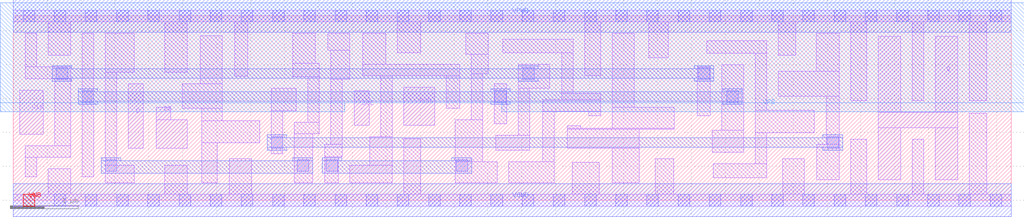
<source format=lef>
# Copyright 2020 The SkyWater PDK Authors
#
# Licensed under the Apache License, Version 2.0 (the "License");
# you may not use this file except in compliance with the License.
# You may obtain a copy of the License at
#
#     https://www.apache.org/licenses/LICENSE-2.0
#
# Unless required by applicable law or agreed to in writing, software
# distributed under the License is distributed on an "AS IS" BASIS,
# WITHOUT WARRANTIES OR CONDITIONS OF ANY KIND, either express or implied.
# See the License for the specific language governing permissions and
# limitations under the License.
#
# SPDX-License-Identifier: Apache-2.0

VERSION 5.7 ;
  NOWIREEXTENSIONATPIN ON ;
  DIVIDERCHAR "/" ;
  BUSBITCHARS "[]" ;
MACRO sky130_fd_sc_hd__sedfxtp_4
  CLASS CORE ;
  FOREIGN sky130_fd_sc_hd__sedfxtp_4 ;
  ORIGIN  0.000000  0.000000 ;
  SIZE  14.72000 BY  2.720000 ;
  SYMMETRY X Y R90 ;
  SITE unithd ;
  PIN D
    ANTENNAGATEAREA  0.159000 ;
    DIRECTION INPUT ;
    USE SIGNAL ;
    PORT
      LAYER li1 ;
        RECT 1.695000 0.765000 1.915000 1.720000 ;
    END
  END D
  PIN DE
    ANTENNAGATEAREA  0.318000 ;
    DIRECTION INPUT ;
    USE SIGNAL ;
    PORT
      LAYER li1 ;
        RECT 2.110000 0.765000 2.565000 1.185000 ;
        RECT 2.110000 1.185000 2.325000 1.370000 ;
    END
  END DE
  PIN Q
    ANTENNADIFFAREA  0.891000 ;
    DIRECTION OUTPUT ;
    USE SIGNAL ;
    PORT
      LAYER li1 ;
        RECT 12.755000 0.305000 13.085000 1.070000 ;
        RECT 12.755000 1.070000 13.925000 1.295000 ;
        RECT 12.755000 1.295000 13.085000 2.420000 ;
        RECT 13.595000 0.305000 13.925000 1.070000 ;
        RECT 13.595000 1.295000 13.925000 2.420000 ;
    END
  END Q
  PIN SCD
    ANTENNAGATEAREA  0.159000 ;
    DIRECTION INPUT ;
    USE SIGNAL ;
    PORT
      LAYER li1 ;
        RECT 5.760000 1.105000 6.215000 1.665000 ;
    END
  END SCD
  PIN SCE
    ANTENNAGATEAREA  0.318000 ;
    DIRECTION INPUT ;
    USE SIGNAL ;
    PORT
      LAYER li1 ;
        RECT 5.025000 1.105000 5.250000 1.615000 ;
    END
  END SCE
  PIN CLK
    ANTENNAGATEAREA  0.159000 ;
    DIRECTION INPUT ;
    USE CLOCK ;
    PORT
      LAYER li1 ;
        RECT 0.095000 0.975000 0.445000 1.625000 ;
    END
  END CLK
  PIN VGND
    DIRECTION INOUT ;
    SHAPE ABUTMENT ;
    USE GROUND ;
    PORT
      LAYER met1 ;
        RECT 0.000000 -0.240000 14.720000 0.240000 ;
    END
  END VGND
  PIN VNB
    DIRECTION INOUT ;
    USE GROUND ;
    PORT
      LAYER pwell ;
        RECT 0.145000 -0.085000 0.315000 0.085000 ;
    END
  END VNB
  PIN VPB
    DIRECTION INOUT ;
    USE POWER ;
    PORT
      LAYER nwell ;
        RECT -0.190000 1.305000  4.885000 1.435000 ;
        RECT -0.190000 1.435000 14.910000 2.910000 ;
        RECT  7.200000 1.305000 14.910000 1.435000 ;
    END
  END VPB
  PIN VPWR
    DIRECTION INOUT ;
    SHAPE ABUTMENT ;
    USE POWER ;
    PORT
      LAYER met1 ;
        RECT 0.000000 2.480000 14.720000 2.960000 ;
    END
  END VPWR
  OBS
    LAYER li1 ;
      RECT  0.000000 -0.085000 14.720000 0.085000 ;
      RECT  0.000000  2.635000 14.720000 2.805000 ;
      RECT  0.175000  0.345000  0.345000 0.635000 ;
      RECT  0.175000  0.635000  0.845000 0.805000 ;
      RECT  0.175000  1.795000  0.845000 1.965000 ;
      RECT  0.175000  1.965000  0.345000 2.465000 ;
      RECT  0.515000  0.085000  0.845000 0.465000 ;
      RECT  0.515000  2.135000  0.845000 2.635000 ;
      RECT  0.615000  0.805000  0.845000 1.795000 ;
      RECT  1.015000  0.345000  1.185000 2.465000 ;
      RECT  1.355000  0.255000  1.785000 0.515000 ;
      RECT  1.355000  0.515000  1.525000 1.890000 ;
      RECT  1.355000  1.890000  1.785000 2.465000 ;
      RECT  2.235000  0.085000  2.565000 0.515000 ;
      RECT  2.235000  1.890000  2.565000 2.635000 ;
      RECT  2.495000  1.355000  3.085000 1.720000 ;
      RECT  2.755000  1.720000  3.085000 2.425000 ;
      RECT  2.780000  0.255000  3.005000 0.845000 ;
      RECT  2.780000  0.845000  3.635000 1.175000 ;
      RECT  2.780000  1.175000  3.085000 1.355000 ;
      RECT  3.185000  0.085000  3.515000 0.610000 ;
      RECT  3.265000  1.825000  3.460000 2.635000 ;
      RECT  3.805000  0.685000  3.975000 1.320000 ;
      RECT  3.805000  1.320000  4.175000 1.650000 ;
      RECT  4.125000  1.820000  4.515000 2.020000 ;
      RECT  4.125000  2.020000  4.455000 2.465000 ;
      RECT  4.145000  0.255000  4.415000 0.980000 ;
      RECT  4.145000  0.980000  4.515000 1.150000 ;
      RECT  4.345000  1.150000  4.515000 1.820000 ;
      RECT  4.595000  0.255000  4.795000 0.645000 ;
      RECT  4.595000  0.645000  4.855000 0.825000 ;
      RECT  4.635000  2.210000  4.965000 2.465000 ;
      RECT  4.685000  0.825000  4.855000 1.785000 ;
      RECT  4.685000  1.785000  4.965000 2.210000 ;
      RECT  4.965000  0.255000  5.590000 0.515000 ;
      RECT  5.155000  1.835000  6.585000 2.005000 ;
      RECT  5.155000  2.005000  5.495000 2.465000 ;
      RECT  5.260000  0.515000  5.590000 0.935000 ;
      RECT  5.420000  0.935000  5.590000 1.835000 ;
      RECT  5.665000  2.175000  6.010000 2.635000 ;
      RECT  5.760000  0.085000  6.010000 0.905000 ;
      RECT  6.385000  1.355000  6.585000 1.835000 ;
      RECT  6.515000  0.255000  7.135000 0.565000 ;
      RECT  6.515000  0.565000  6.925000 1.185000 ;
      RECT  6.675000  2.150000  7.005000 2.465000 ;
      RECT  6.755000  1.185000  6.925000 1.865000 ;
      RECT  6.755000  1.865000  7.005000 2.150000 ;
      RECT  7.095000  1.125000  7.280000 1.720000 ;
      RECT  7.115000  0.735000  7.620000 0.955000 ;
      RECT  7.215000  2.175000  8.255000 2.375000 ;
      RECT  7.305000  0.255000  7.980000 0.565000 ;
      RECT  7.450000  0.955000  7.620000 1.655000 ;
      RECT  7.450000  1.655000  7.915000 2.005000 ;
      RECT  7.810000  0.565000  7.980000 1.315000 ;
      RECT  7.810000  1.315000  8.660000 1.485000 ;
      RECT  8.085000  1.485000  8.660000 1.575000 ;
      RECT  8.085000  1.575000  8.255000 2.175000 ;
      RECT  8.170000  0.765000  9.235000 1.045000 ;
      RECT  8.170000  1.045000  9.745000 1.065000 ;
      RECT  8.170000  1.065000  8.370000 1.095000 ;
      RECT  8.245000  0.085000  8.640000 0.560000 ;
      RECT  8.425000  1.835000  8.660000 2.635000 ;
      RECT  8.490000  1.245000  8.660000 1.315000 ;
      RECT  8.830000  0.255000  9.235000 0.765000 ;
      RECT  8.830000  1.065000  9.745000 1.375000 ;
      RECT  8.830000  1.375000  9.160000 2.465000 ;
      RECT  9.370000  2.105000  9.660000 2.635000 ;
      RECT  9.465000  0.085000  9.740000 0.615000 ;
      RECT 10.090000  1.245000 10.280000 1.965000 ;
      RECT 10.225000  2.165000 11.110000 2.355000 ;
      RECT 10.305000  0.705000 10.770000 1.035000 ;
      RECT 10.325000  0.330000 11.110000 0.535000 ;
      RECT 10.450000  1.035000 10.770000 1.995000 ;
      RECT 10.940000  0.535000 11.110000 0.995000 ;
      RECT 10.940000  0.995000 11.810000 1.325000 ;
      RECT 10.940000  1.325000 11.110000 2.165000 ;
      RECT 11.280000  1.530000 12.180000 1.905000 ;
      RECT 11.280000  2.135000 11.540000 2.635000 ;
      RECT 11.350000  0.085000 11.665000 0.615000 ;
      RECT 11.840000  1.905000 12.180000 2.465000 ;
      RECT 11.850000  0.300000 12.180000 0.825000 ;
      RECT 11.990000  0.825000 12.180000 1.530000 ;
      RECT 12.350000  0.085000 12.585000 0.900000 ;
      RECT 12.350000  1.465000 12.585000 2.635000 ;
      RECT 13.255000  0.085000 13.425000 0.900000 ;
      RECT 13.255000  1.465000 13.425000 2.635000 ;
      RECT 14.095000  0.085000 14.355000 1.280000 ;
      RECT 14.095000  1.465000 14.355000 2.635000 ;
    LAYER mcon ;
      RECT  0.145000 -0.085000  0.315000 0.085000 ;
      RECT  0.145000  2.635000  0.315000 2.805000 ;
      RECT  0.605000 -0.085000  0.775000 0.085000 ;
      RECT  0.605000  2.635000  0.775000 2.805000 ;
      RECT  0.635000  1.785000  0.805000 1.955000 ;
      RECT  1.015000  1.445000  1.185000 1.615000 ;
      RECT  1.065000 -0.085000  1.235000 0.085000 ;
      RECT  1.065000  2.635000  1.235000 2.805000 ;
      RECT  1.355000  0.425000  1.525000 0.595000 ;
      RECT  1.525000 -0.085000  1.695000 0.085000 ;
      RECT  1.525000  2.635000  1.695000 2.805000 ;
      RECT  1.985000 -0.085000  2.155000 0.085000 ;
      RECT  1.985000  2.635000  2.155000 2.805000 ;
      RECT  2.445000 -0.085000  2.615000 0.085000 ;
      RECT  2.445000  2.635000  2.615000 2.805000 ;
      RECT  2.905000 -0.085000  3.075000 0.085000 ;
      RECT  2.905000  2.635000  3.075000 2.805000 ;
      RECT  3.365000 -0.085000  3.535000 0.085000 ;
      RECT  3.365000  2.635000  3.535000 2.805000 ;
      RECT  3.805000  0.765000  3.975000 0.935000 ;
      RECT  3.825000 -0.085000  3.995000 0.085000 ;
      RECT  3.825000  2.635000  3.995000 2.805000 ;
      RECT  4.185000  0.425000  4.355000 0.595000 ;
      RECT  4.285000 -0.085000  4.455000 0.085000 ;
      RECT  4.285000  2.635000  4.455000 2.805000 ;
      RECT  4.615000  0.425000  4.785000 0.595000 ;
      RECT  4.745000 -0.085000  4.915000 0.085000 ;
      RECT  4.745000  2.635000  4.915000 2.805000 ;
      RECT  5.205000 -0.085000  5.375000 0.085000 ;
      RECT  5.205000  2.635000  5.375000 2.805000 ;
      RECT  5.665000 -0.085000  5.835000 0.085000 ;
      RECT  5.665000  2.635000  5.835000 2.805000 ;
      RECT  6.125000 -0.085000  6.295000 0.085000 ;
      RECT  6.125000  2.635000  6.295000 2.805000 ;
      RECT  6.530000  0.425000  6.700000 0.595000 ;
      RECT  6.585000 -0.085000  6.755000 0.085000 ;
      RECT  6.585000  2.635000  6.755000 2.805000 ;
      RECT  7.045000 -0.085000  7.215000 0.085000 ;
      RECT  7.045000  2.635000  7.215000 2.805000 ;
      RECT  7.100000  1.445000  7.270000 1.615000 ;
      RECT  7.505000 -0.085000  7.675000 0.085000 ;
      RECT  7.505000  2.635000  7.675000 2.805000 ;
      RECT  7.510000  1.785000  7.680000 1.955000 ;
      RECT  7.965000 -0.085000  8.135000 0.085000 ;
      RECT  7.965000  2.635000  8.135000 2.805000 ;
      RECT  8.425000 -0.085000  8.595000 0.085000 ;
      RECT  8.425000  2.635000  8.595000 2.805000 ;
      RECT  8.885000 -0.085000  9.055000 0.085000 ;
      RECT  8.885000  2.635000  9.055000 2.805000 ;
      RECT  9.345000 -0.085000  9.515000 0.085000 ;
      RECT  9.345000  2.635000  9.515000 2.805000 ;
      RECT  9.805000 -0.085000  9.975000 0.085000 ;
      RECT  9.805000  2.635000  9.975000 2.805000 ;
      RECT 10.100000  1.785000 10.270000 1.955000 ;
      RECT 10.265000 -0.085000 10.435000 0.085000 ;
      RECT 10.265000  2.635000 10.435000 2.805000 ;
      RECT 10.520000  1.445000 10.690000 1.615000 ;
      RECT 10.725000 -0.085000 10.895000 0.085000 ;
      RECT 10.725000  2.635000 10.895000 2.805000 ;
      RECT 11.185000 -0.085000 11.355000 0.085000 ;
      RECT 11.185000  2.635000 11.355000 2.805000 ;
      RECT 11.645000 -0.085000 11.815000 0.085000 ;
      RECT 11.645000  2.635000 11.815000 2.805000 ;
      RECT 12.000000  0.765000 12.170000 0.935000 ;
      RECT 12.105000 -0.085000 12.275000 0.085000 ;
      RECT 12.105000  2.635000 12.275000 2.805000 ;
      RECT 12.565000 -0.085000 12.735000 0.085000 ;
      RECT 12.565000  2.635000 12.735000 2.805000 ;
      RECT 13.025000 -0.085000 13.195000 0.085000 ;
      RECT 13.025000  2.635000 13.195000 2.805000 ;
      RECT 13.485000 -0.085000 13.655000 0.085000 ;
      RECT 13.485000  2.635000 13.655000 2.805000 ;
      RECT 13.945000 -0.085000 14.115000 0.085000 ;
      RECT 13.945000  2.635000 14.115000 2.805000 ;
      RECT 14.405000 -0.085000 14.575000 0.085000 ;
      RECT 14.405000  2.635000 14.575000 2.805000 ;
    LAYER met1 ;
      RECT  0.575000 1.755000  0.865000 1.800000 ;
      RECT  0.575000 1.800000 10.330000 1.940000 ;
      RECT  0.575000 1.940000  0.865000 1.985000 ;
      RECT  0.955000 1.415000  1.245000 1.460000 ;
      RECT  0.955000 1.460000 10.750000 1.600000 ;
      RECT  0.955000 1.600000  1.245000 1.645000 ;
      RECT  1.295000 0.395000  4.415000 0.580000 ;
      RECT  1.295000 0.580000  1.585000 0.625000 ;
      RECT  3.745000 0.735000  4.035000 0.780000 ;
      RECT  3.745000 0.780000 12.230000 0.920000 ;
      RECT  3.745000 0.920000  4.035000 0.965000 ;
      RECT  4.125000 0.580000  4.415000 0.625000 ;
      RECT  4.555000 0.395000  6.760000 0.580000 ;
      RECT  4.555000 0.580000  4.845000 0.625000 ;
      RECT  6.470000 0.580000  6.760000 0.625000 ;
      RECT  7.040000 1.415000  7.330000 1.460000 ;
      RECT  7.040000 1.600000  7.330000 1.645000 ;
      RECT  7.450000 1.755000  7.740000 1.800000 ;
      RECT  7.450000 1.940000  7.740000 1.985000 ;
      RECT 10.040000 1.755000 10.330000 1.800000 ;
      RECT 10.040000 1.940000 10.330000 1.985000 ;
      RECT 10.460000 1.415000 10.750000 1.460000 ;
      RECT 10.460000 1.600000 10.750000 1.645000 ;
      RECT 11.940000 0.735000 12.230000 0.780000 ;
      RECT 11.940000 0.920000 12.230000 0.965000 ;
  END
END sky130_fd_sc_hd__sedfxtp_4
END LIBRARY

</source>
